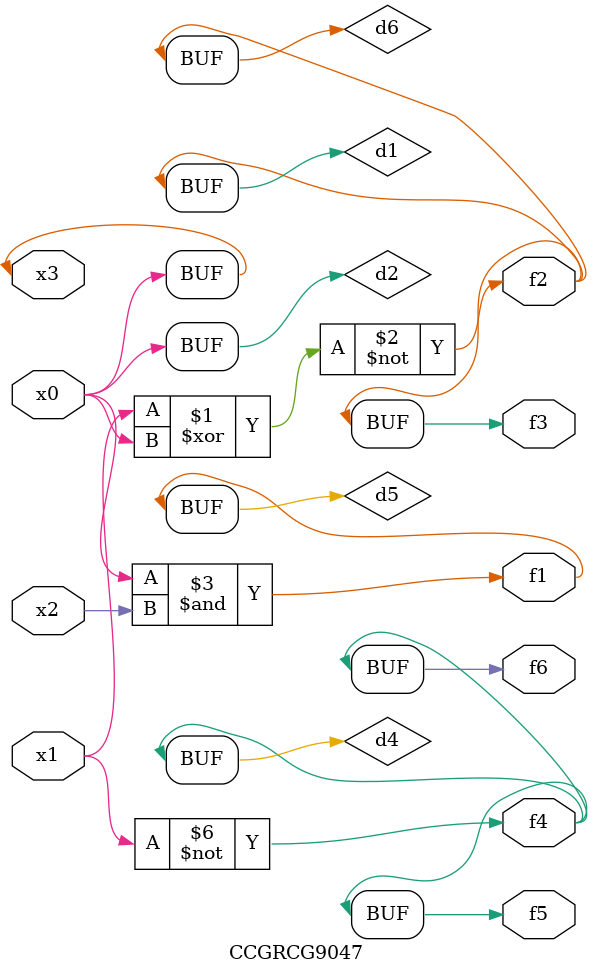
<source format=v>
module CCGRCG9047(
	input x0, x1, x2, x3,
	output f1, f2, f3, f4, f5, f6
);

	wire d1, d2, d3, d4, d5, d6;

	xnor (d1, x1, x3);
	buf (d2, x0, x3);
	nand (d3, x0, x2);
	not (d4, x1);
	nand (d5, d3);
	or (d6, d1);
	assign f1 = d5;
	assign f2 = d6;
	assign f3 = d6;
	assign f4 = d4;
	assign f5 = d4;
	assign f6 = d4;
endmodule

</source>
